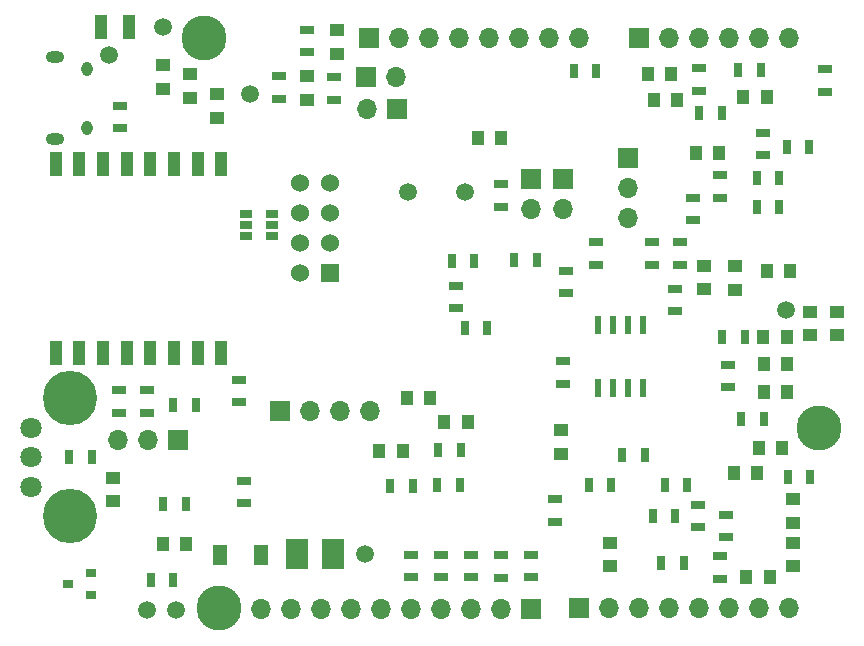
<source format=gbs>
G04 #@! TF.FileFunction,Soldermask,Bot*
%FSLAX46Y46*%
G04 Gerber Fmt 4.6, Leading zero omitted, Abs format (unit mm)*
G04 Created by KiCad (PCBNEW 4.0.7-e2-6376~58~ubuntu16.04.1) date Sat Dec 16 23:26:04 2017*
%MOMM*%
%LPD*%
G01*
G04 APERTURE LIST*
%ADD10C,0.100000*%
%ADD11R,1.300000X0.700000*%
%ADD12R,1.700000X1.700000*%
%ADD13O,1.700000X1.700000*%
%ADD14R,1.524000X1.524000*%
%ADD15C,1.524000*%
%ADD16R,1.250000X1.000000*%
%ADD17R,1.000000X1.250000*%
%ADD18R,1.300000X1.700000*%
%ADD19R,1.140000X2.030000*%
%ADD20R,0.700000X1.300000*%
%ADD21C,3.800000*%
%ADD22C,1.500000*%
%ADD23R,1.060000X0.650000*%
%ADD24R,0.600000X1.550000*%
%ADD25R,1.000000X2.000000*%
%ADD26C,1.800000*%
%ADD27C,4.600000*%
%ADD28O,0.950000X1.250000*%
%ADD29O,1.550000X1.000000*%
%ADD30R,0.900000X0.800000*%
%ADD31R,1.950000X2.500000*%
G04 APERTURE END LIST*
D10*
D11*
X149100000Y-119325000D03*
X149100000Y-117425000D03*
X151625000Y-119325000D03*
X151625000Y-117425000D03*
X170830000Y-113180000D03*
X170830000Y-115080000D03*
D12*
X165824400Y-73651000D03*
D13*
X168364400Y-73651000D03*
X170904400Y-73651000D03*
X173444400Y-73651000D03*
X175984400Y-73651000D03*
X178524400Y-73651000D03*
D11*
X159650000Y-93350000D03*
X159650000Y-95250000D03*
D14*
X139625000Y-93575000D03*
D15*
X137085000Y-93575000D03*
X139625000Y-91035000D03*
X137085000Y-91035000D03*
X139625000Y-88495000D03*
X137085000Y-88495000D03*
X139625000Y-85955000D03*
X137085000Y-85955000D03*
D16*
X125525000Y-77975000D03*
X125525000Y-75975000D03*
X130075000Y-78400000D03*
X130075000Y-80400000D03*
X171325000Y-92950000D03*
X171325000Y-94950000D03*
X127775000Y-78725000D03*
X127775000Y-76725000D03*
D17*
X127500000Y-116500000D03*
X125500000Y-116500000D03*
D16*
X121325000Y-110900000D03*
X121325000Y-112900000D03*
D17*
X148150000Y-104100000D03*
X146150000Y-104100000D03*
D16*
X173975000Y-95000000D03*
X173975000Y-93000000D03*
X159225000Y-106850000D03*
X159225000Y-108850000D03*
D17*
X169075000Y-78875000D03*
X167075000Y-78875000D03*
D16*
X137700000Y-78875000D03*
X137700000Y-76875000D03*
D17*
X178390000Y-101300000D03*
X176390000Y-101300000D03*
D16*
X140225000Y-72975000D03*
X140225000Y-74975000D03*
D17*
X152150000Y-82100000D03*
X154150000Y-82100000D03*
X173850000Y-110500000D03*
X175850000Y-110500000D03*
X178620000Y-93420000D03*
X176620000Y-93420000D03*
X172625000Y-83375000D03*
X170625000Y-83375000D03*
X174875000Y-119325000D03*
X176875000Y-119325000D03*
D16*
X182560000Y-98850000D03*
X182560000Y-96850000D03*
X163350000Y-116400000D03*
X163350000Y-118400000D03*
D17*
X143800000Y-108600000D03*
X145800000Y-108600000D03*
X168550000Y-76725000D03*
X166550000Y-76725000D03*
X177950000Y-108400000D03*
X175950000Y-108400000D03*
D16*
X178850000Y-118400000D03*
X178850000Y-116400000D03*
X180300000Y-98850000D03*
X180300000Y-96850000D03*
X178850000Y-114700000D03*
X178850000Y-112700000D03*
D17*
X178350000Y-98960000D03*
X176350000Y-98960000D03*
X178390000Y-103610000D03*
X176390000Y-103610000D03*
X176650000Y-78650000D03*
X174650000Y-78650000D03*
D18*
X130350000Y-117400000D03*
X133850000Y-117400000D03*
D19*
X122650000Y-72750000D03*
X120250000Y-72750000D03*
D20*
X152950000Y-98200000D03*
X151050000Y-98200000D03*
D21*
X130289800Y-121936400D03*
X129019800Y-73651000D03*
X181089800Y-106671000D03*
D12*
X160769800Y-121911000D03*
D13*
X163309800Y-121911000D03*
X165849800Y-121911000D03*
X168389800Y-121911000D03*
X170929800Y-121911000D03*
X173469800Y-121911000D03*
X176009800Y-121911000D03*
X178549800Y-121911000D03*
D12*
X156700000Y-121975000D03*
D13*
X154160000Y-121975000D03*
X151620000Y-121975000D03*
X149080000Y-121975000D03*
X146540000Y-121975000D03*
X144000000Y-121975000D03*
X141460000Y-121975000D03*
X138920000Y-121975000D03*
X136380000Y-121975000D03*
X133840000Y-121975000D03*
D12*
X142989800Y-73651000D03*
D13*
X145529800Y-73651000D03*
X148069800Y-73651000D03*
X150609800Y-73651000D03*
X153149800Y-73651000D03*
X155689800Y-73651000D03*
X158229800Y-73651000D03*
X160769800Y-73651000D03*
D11*
X154150000Y-86050000D03*
X154150000Y-87950000D03*
X140000000Y-76975000D03*
X140000000Y-78875000D03*
X150300000Y-94625000D03*
X150300000Y-96525000D03*
X132350000Y-113050000D03*
X132350000Y-111150000D03*
D20*
X176400000Y-105900000D03*
X174500000Y-105900000D03*
D11*
X154175000Y-119350000D03*
X154175000Y-117450000D03*
X156700000Y-119325000D03*
X156700000Y-117425000D03*
D20*
X155275000Y-92450000D03*
X157175000Y-92450000D03*
X126400000Y-119550000D03*
X124500000Y-119550000D03*
X151850000Y-92525000D03*
X149950000Y-92525000D03*
X125550000Y-113150000D03*
X127450000Y-113150000D03*
X175800000Y-87950000D03*
X177700000Y-87950000D03*
X150660000Y-111480000D03*
X148760000Y-111480000D03*
X172870000Y-98960000D03*
X174770000Y-98960000D03*
D11*
X173350000Y-101350000D03*
X173350000Y-103250000D03*
D20*
X167000000Y-114100000D03*
X168900000Y-114100000D03*
X168000000Y-111500000D03*
X169900000Y-111500000D03*
D11*
X135325000Y-78800000D03*
X135325000Y-76900000D03*
D20*
X180300000Y-110800000D03*
X178400000Y-110800000D03*
D11*
X169320000Y-92870000D03*
X169320000Y-90970000D03*
X166900000Y-92875000D03*
X166900000Y-90975000D03*
X137700000Y-72975000D03*
X137700000Y-74875000D03*
D20*
X167700000Y-118100000D03*
X169600000Y-118100000D03*
D11*
X168850000Y-96775000D03*
X168850000Y-94875000D03*
X172650000Y-85300000D03*
X172650000Y-87200000D03*
X170375000Y-89100000D03*
X170375000Y-87200000D03*
D20*
X172825000Y-79975000D03*
X170925000Y-79975000D03*
D11*
X162150000Y-90950000D03*
X162150000Y-92850000D03*
D20*
X178350000Y-82875000D03*
X180250000Y-82875000D03*
D11*
X170925000Y-76225000D03*
X170925000Y-78125000D03*
D20*
X166300000Y-109000000D03*
X164400000Y-109000000D03*
D11*
X158725000Y-112700000D03*
X158725000Y-114600000D03*
D20*
X163475000Y-111550000D03*
X161575000Y-111550000D03*
D11*
X181600000Y-76300000D03*
X181600000Y-78200000D03*
D20*
X174225000Y-76375000D03*
X176125000Y-76375000D03*
X148840000Y-108520000D03*
X150740000Y-108520000D03*
D11*
X173150000Y-114050000D03*
X173150000Y-115950000D03*
X172650000Y-117550000D03*
X172650000Y-119450000D03*
D20*
X117575000Y-109125000D03*
X119475000Y-109125000D03*
X144750000Y-111600000D03*
X146650000Y-111600000D03*
X162200000Y-76475000D03*
X160300000Y-76475000D03*
X175800000Y-85475000D03*
X177700000Y-85475000D03*
D11*
X176300000Y-83575000D03*
X176300000Y-81675000D03*
X146550000Y-117400000D03*
X146550000Y-119300000D03*
X159350000Y-102950000D03*
X159350000Y-101050000D03*
X121900000Y-81300000D03*
X121900000Y-79400000D03*
D20*
X126400000Y-104700000D03*
X128300000Y-104700000D03*
D11*
X131950000Y-104500000D03*
X131950000Y-102600000D03*
X124150000Y-103500000D03*
X124150000Y-105400000D03*
X121800000Y-103500000D03*
X121800000Y-105400000D03*
D22*
X120950000Y-75100000D03*
X132850000Y-78400000D03*
D23*
X132550000Y-90450000D03*
X132550000Y-89500000D03*
X132550000Y-88550000D03*
X134750000Y-88550000D03*
X134750000Y-90450000D03*
X134750000Y-89500000D03*
D24*
X166180000Y-103325000D03*
X164910000Y-103325000D03*
X163640000Y-103325000D03*
X162370000Y-103325000D03*
X162370000Y-97925000D03*
X163640000Y-97925000D03*
X164910000Y-97925000D03*
X166180000Y-97925000D03*
D25*
X116450000Y-84300000D03*
X118450000Y-84300000D03*
X120450000Y-84300000D03*
X122450000Y-84300000D03*
X124450000Y-84300000D03*
X126450000Y-84300000D03*
X128450000Y-84300000D03*
X130450000Y-84300000D03*
X130450000Y-100300000D03*
X128450000Y-100300000D03*
X126450000Y-100300000D03*
X124450000Y-100300000D03*
X122450000Y-100300000D03*
X120450000Y-100300000D03*
X118450000Y-100300000D03*
X116450000Y-100300000D03*
D26*
X114364000Y-111671000D03*
X114364000Y-109171000D03*
X114364000Y-106671000D03*
D27*
X117664000Y-114171000D03*
X117664000Y-104171000D03*
D22*
X142600000Y-117350000D03*
X125500000Y-72750000D03*
X124200000Y-122100000D03*
D12*
X164900000Y-83825000D03*
D13*
X164900000Y-86365000D03*
X164900000Y-88905000D03*
D22*
X126650000Y-122100000D03*
X178250000Y-96650000D03*
D12*
X135450000Y-105275000D03*
D13*
X137990000Y-105275000D03*
X140530000Y-105275000D03*
X143070000Y-105275000D03*
D28*
X119050000Y-76250000D03*
X119050000Y-81250000D03*
D29*
X116350000Y-75250000D03*
X116350000Y-82250000D03*
D30*
X119450000Y-118950000D03*
X119450000Y-120850000D03*
X117450000Y-119900000D03*
D12*
X126750000Y-107700000D03*
D13*
X124210000Y-107700000D03*
X121670000Y-107700000D03*
D22*
X146250000Y-86700000D03*
X151130000Y-86700000D03*
D12*
X142750000Y-77000000D03*
D13*
X145290000Y-77000000D03*
D12*
X145300000Y-79650000D03*
D13*
X142760000Y-79650000D03*
D12*
X159350000Y-85600000D03*
D13*
X159350000Y-88140000D03*
D12*
X156700000Y-85600000D03*
D13*
X156700000Y-88140000D03*
D17*
X151330000Y-106150000D03*
X149330000Y-106150000D03*
D31*
X139875000Y-117350000D03*
X136825000Y-117350000D03*
M02*

</source>
